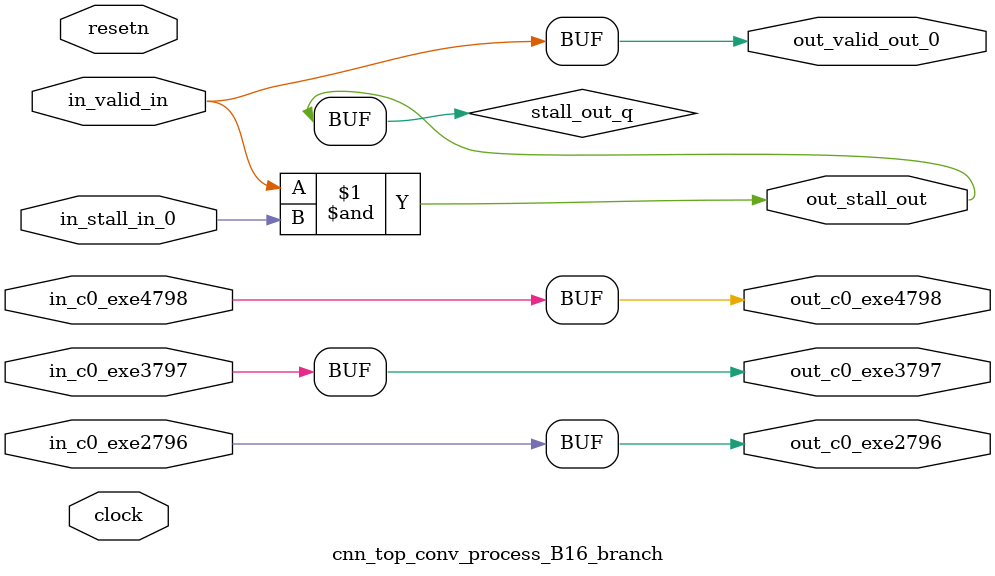
<source format=sv>



(* altera_attribute = "-name AUTO_SHIFT_REGISTER_RECOGNITION OFF; -name MESSAGE_DISABLE 10036; -name MESSAGE_DISABLE 10037; -name MESSAGE_DISABLE 14130; -name MESSAGE_DISABLE 14320; -name MESSAGE_DISABLE 15400; -name MESSAGE_DISABLE 14130; -name MESSAGE_DISABLE 10036; -name MESSAGE_DISABLE 12020; -name MESSAGE_DISABLE 12030; -name MESSAGE_DISABLE 12010; -name MESSAGE_DISABLE 12110; -name MESSAGE_DISABLE 14320; -name MESSAGE_DISABLE 13410; -name MESSAGE_DISABLE 113007; -name MESSAGE_DISABLE 10958" *)
module cnn_top_conv_process_B16_branch (
    input wire [0:0] in_c0_exe2796,
    input wire [0:0] in_c0_exe3797,
    input wire [0:0] in_c0_exe4798,
    input wire [0:0] in_stall_in_0,
    input wire [0:0] in_valid_in,
    output wire [0:0] out_c0_exe2796,
    output wire [0:0] out_c0_exe3797,
    output wire [0:0] out_c0_exe4798,
    output wire [0:0] out_stall_out,
    output wire [0:0] out_valid_out_0,
    input wire clock,
    input wire resetn
    );

    wire [0:0] stall_out_q;


    // out_c0_exe2796(GPOUT,7)
    assign out_c0_exe2796 = in_c0_exe2796;

    // out_c0_exe3797(GPOUT,8)
    assign out_c0_exe3797 = in_c0_exe3797;

    // out_c0_exe4798(GPOUT,9)
    assign out_c0_exe4798 = in_c0_exe4798;

    // stall_out(LOGICAL,12)
    assign stall_out_q = in_valid_in & in_stall_in_0;

    // out_stall_out(GPOUT,10)
    assign out_stall_out = stall_out_q;

    // out_valid_out_0(GPOUT,11)
    assign out_valid_out_0 = in_valid_in;

endmodule

</source>
